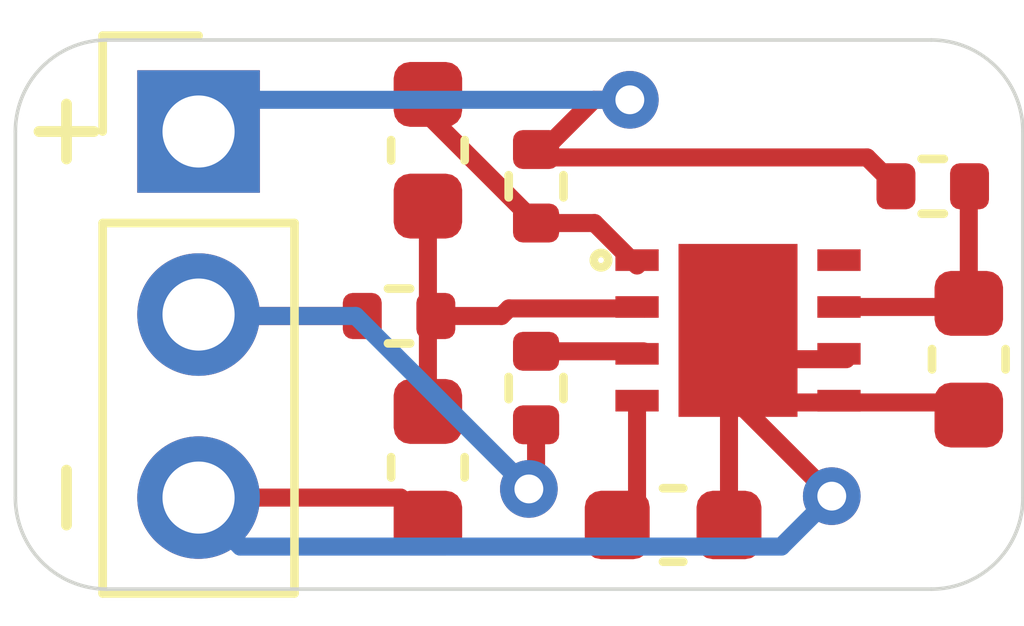
<source format=kicad_pcb>
(kicad_pcb (version 20171130) (host pcbnew "(5.1.10)-1")

  (general
    (thickness 1.6)
    (drawings 10)
    (tracks 42)
    (zones 0)
    (modules 10)
    (nets 10)
  )

  (page A4)
  (layers
    (0 F.Cu signal)
    (31 B.Cu signal)
    (32 B.Adhes user)
    (33 F.Adhes user)
    (34 B.Paste user)
    (35 F.Paste user)
    (36 B.SilkS user)
    (37 F.SilkS user)
    (38 B.Mask user)
    (39 F.Mask user)
    (40 Dwgs.User user hide)
    (41 Cmts.User user)
    (42 Eco1.User user)
    (43 Eco2.User user)
    (44 Edge.Cuts user)
    (45 Margin user)
    (46 B.CrtYd user hide)
    (47 F.CrtYd user hide)
    (48 B.Fab user hide)
    (49 F.Fab user hide)
  )

  (setup
    (last_trace_width 0.25)
    (trace_clearance 0.2)
    (zone_clearance 0.25)
    (zone_45_only no)
    (trace_min 0.2)
    (via_size 0.8)
    (via_drill 0.4)
    (via_min_size 0.4)
    (via_min_drill 0.3)
    (uvia_size 0.3)
    (uvia_drill 0.1)
    (uvias_allowed no)
    (uvia_min_size 0.2)
    (uvia_min_drill 0.1)
    (edge_width 0.05)
    (segment_width 0.2)
    (pcb_text_width 0.3)
    (pcb_text_size 1.5 1.5)
    (mod_edge_width 0.12)
    (mod_text_size 1 1)
    (mod_text_width 0.15)
    (pad_size 1.524 1.524)
    (pad_drill 0.762)
    (pad_to_mask_clearance 0)
    (aux_axis_origin 0 0)
    (visible_elements 7FFFFFFF)
    (pcbplotparams
      (layerselection 0x010fc_ffffffff)
      (usegerberextensions false)
      (usegerberattributes false)
      (usegerberadvancedattributes false)
      (creategerberjobfile true)
      (excludeedgelayer true)
      (linewidth 0.100000)
      (plotframeref false)
      (viasonmask false)
      (mode 1)
      (useauxorigin false)
      (hpglpennumber 1)
      (hpglpenspeed 20)
      (hpglpendiameter 15.000000)
      (psnegative false)
      (psa4output false)
      (plotreference true)
      (plotvalue false)
      (plotinvisibletext false)
      (padsonsilk false)
      (subtractmaskfromsilk false)
      (outputformat 1)
      (mirror false)
      (drillshape 0)
      (scaleselection 1)
      (outputdirectory "bq2920x_gerber/"))
  )

  (net 0 "")
  (net 1 "Net-(C1-Pad2)")
  (net 2 "Net-(C1-Pad1)")
  (net 3 /PACK-)
  (net 4 /CD)
  (net 5 "Net-(C4-Pad1)")
  (net 6 /CELL_M)
  (net 7 /PACK+)
  (net 8 "Net-(R3-Pad1)")
  (net 9 /OUT)

  (net_class Default "This is the default net class."
    (clearance 0.2)
    (trace_width 0.25)
    (via_dia 0.8)
    (via_drill 0.4)
    (uvia_dia 0.3)
    (uvia_drill 0.1)
    (add_net /CD)
    (add_net /CELL_M)
    (add_net /OUT)
    (add_net /PACK+)
    (add_net /PACK-)
    (add_net "Net-(C1-Pad1)")
    (add_net "Net-(C1-Pad2)")
    (add_net "Net-(C4-Pad1)")
    (add_net "Net-(R3-Pad1)")
  )

  (module HS2_parts:BQ2920x (layer F.Cu) (tedit 61A9928C) (tstamp 61AAB1D2)
    (at 129.4 94.2)
    (path /61A9C8D9)
    (fp_text reference U1 (at -1.4 -0.475) (layer Dwgs.User) hide
      (effects (font (size 1 1) (thickness 0.15)))
    )
    (fp_text value BQ2920x (at -1.4 -1.475) (layer F.Fab) hide
      (effects (font (size 1 1) (thickness 0.15)))
    )
    (fp_circle (center -1.9 -0.975) (end -1.8 -0.975) (layer F.SilkS) (width 0.12))
    (pad 5 smd rect (at 0 0) (size 1.65 2.4) (layers F.Cu F.Paste F.Mask)
      (net 3 /PACK-))
    (pad 8 smd rect (at 1.4 -0.975) (size 0.6 0.3) (layers F.Cu F.Paste F.Mask)
      (net 9 /OUT))
    (pad 7 smd rect (at 1.4 -0.325) (size 0.6 0.3) (layers F.Cu F.Paste F.Mask)
      (net 5 "Net-(C4-Pad1)"))
    (pad 6 smd rect (at 1.4 0.325) (size 0.6 0.3) (layers F.Cu F.Paste F.Mask)
      (net 3 /PACK-))
    (pad 5 smd rect (at 1.4 0.975) (size 0.6 0.3) (layers F.Cu F.Paste F.Mask)
      (net 3 /PACK-))
    (pad 4 smd rect (at -1.4 0.975) (size 0.6 0.3) (layers F.Cu F.Paste F.Mask)
      (net 4 /CD))
    (pad 3 smd rect (at -1.4 0.325) (size 0.6 0.3) (layers F.Cu F.Paste F.Mask)
      (net 8 "Net-(R3-Pad1)"))
    (pad 2 smd rect (at -1.4 -0.325) (size 0.6 0.3) (layers F.Cu F.Paste F.Mask)
      (net 1 "Net-(C1-Pad2)"))
    (pad 1 smd rect (at -1.4 -0.975) (size 0.6 0.3) (layers F.Cu F.Paste F.Mask)
      (net 2 "Net-(C1-Pad1)"))
  )

  (module Resistor_SMD:R_0402_1005Metric (layer F.Cu) (tedit 5F68FEEE) (tstamp 61AAB1C4)
    (at 132.1 92.2 180)
    (descr "Resistor SMD 0402 (1005 Metric), square (rectangular) end terminal, IPC_7351 nominal, (Body size source: IPC-SM-782 page 72, https://www.pcb-3d.com/wordpress/wp-content/uploads/ipc-sm-782a_amendment_1_and_2.pdf), generated with kicad-footprint-generator")
    (tags resistor)
    (path /61AA07F9)
    (attr smd)
    (fp_text reference R4 (at 0 -1.17) (layer Dwgs.User)
      (effects (font (size 1 1) (thickness 0.15)))
    )
    (fp_text value 100 (at 0 1.17) (layer F.Fab)
      (effects (font (size 1 1) (thickness 0.15)))
    )
    (fp_line (start 0.93 0.47) (end -0.93 0.47) (layer F.CrtYd) (width 0.05))
    (fp_line (start 0.93 -0.47) (end 0.93 0.47) (layer F.CrtYd) (width 0.05))
    (fp_line (start -0.93 -0.47) (end 0.93 -0.47) (layer F.CrtYd) (width 0.05))
    (fp_line (start -0.93 0.47) (end -0.93 -0.47) (layer F.CrtYd) (width 0.05))
    (fp_line (start -0.153641 0.38) (end 0.153641 0.38) (layer F.SilkS) (width 0.12))
    (fp_line (start -0.153641 -0.38) (end 0.153641 -0.38) (layer F.SilkS) (width 0.12))
    (fp_line (start 0.525 0.27) (end -0.525 0.27) (layer F.Fab) (width 0.1))
    (fp_line (start 0.525 -0.27) (end 0.525 0.27) (layer F.Fab) (width 0.1))
    (fp_line (start -0.525 -0.27) (end 0.525 -0.27) (layer F.Fab) (width 0.1))
    (fp_line (start -0.525 0.27) (end -0.525 -0.27) (layer F.Fab) (width 0.1))
    (fp_text user %R (at 0 0) (layer F.Fab)
      (effects (font (size 0.26 0.26) (thickness 0.04)))
    )
    (pad 2 smd roundrect (at 0.51 0 180) (size 0.54 0.64) (layers F.Cu F.Paste F.Mask) (roundrect_rratio 0.25)
      (net 7 /PACK+))
    (pad 1 smd roundrect (at -0.51 0 180) (size 0.54 0.64) (layers F.Cu F.Paste F.Mask) (roundrect_rratio 0.25)
      (net 5 "Net-(C4-Pad1)"))
    (model ${KISYS3DMOD}/Resistor_SMD.3dshapes/R_0402_1005Metric.wrl
      (at (xyz 0 0 0))
      (scale (xyz 1 1 1))
      (rotate (xyz 0 0 0))
    )
  )

  (module Resistor_SMD:R_0402_1005Metric (layer F.Cu) (tedit 5F68FEEE) (tstamp 61AAB1B3)
    (at 126.6 95 270)
    (descr "Resistor SMD 0402 (1005 Metric), square (rectangular) end terminal, IPC_7351 nominal, (Body size source: IPC-SM-782 page 72, https://www.pcb-3d.com/wordpress/wp-content/uploads/ipc-sm-782a_amendment_1_and_2.pdf), generated with kicad-footprint-generator")
    (tags resistor)
    (path /61A9F24B)
    (attr smd)
    (fp_text reference R3 (at 0 -1.17 90) (layer Dwgs.User)
      (effects (font (size 1 1) (thickness 0.15)))
    )
    (fp_text value 100 (at 0 1.17 90) (layer F.Fab)
      (effects (font (size 1 1) (thickness 0.15)))
    )
    (fp_line (start 0.93 0.47) (end -0.93 0.47) (layer F.CrtYd) (width 0.05))
    (fp_line (start 0.93 -0.47) (end 0.93 0.47) (layer F.CrtYd) (width 0.05))
    (fp_line (start -0.93 -0.47) (end 0.93 -0.47) (layer F.CrtYd) (width 0.05))
    (fp_line (start -0.93 0.47) (end -0.93 -0.47) (layer F.CrtYd) (width 0.05))
    (fp_line (start -0.153641 0.38) (end 0.153641 0.38) (layer F.SilkS) (width 0.12))
    (fp_line (start -0.153641 -0.38) (end 0.153641 -0.38) (layer F.SilkS) (width 0.12))
    (fp_line (start 0.525 0.27) (end -0.525 0.27) (layer F.Fab) (width 0.1))
    (fp_line (start 0.525 -0.27) (end 0.525 0.27) (layer F.Fab) (width 0.1))
    (fp_line (start -0.525 -0.27) (end 0.525 -0.27) (layer F.Fab) (width 0.1))
    (fp_line (start -0.525 0.27) (end -0.525 -0.27) (layer F.Fab) (width 0.1))
    (fp_text user %R (at 0 0 90) (layer F.Fab)
      (effects (font (size 0.26 0.26) (thickness 0.04)))
    )
    (pad 2 smd roundrect (at 0.51 0 270) (size 0.54 0.64) (layers F.Cu F.Paste F.Mask) (roundrect_rratio 0.25)
      (net 6 /CELL_M))
    (pad 1 smd roundrect (at -0.51 0 270) (size 0.54 0.64) (layers F.Cu F.Paste F.Mask) (roundrect_rratio 0.25)
      (net 8 "Net-(R3-Pad1)"))
    (model ${KISYS3DMOD}/Resistor_SMD.3dshapes/R_0402_1005Metric.wrl
      (at (xyz 0 0 0))
      (scale (xyz 1 1 1))
      (rotate (xyz 0 0 0))
    )
  )

  (module Resistor_SMD:R_0402_1005Metric (layer F.Cu) (tedit 5F68FEEE) (tstamp 61AAB1A2)
    (at 124.7 94 180)
    (descr "Resistor SMD 0402 (1005 Metric), square (rectangular) end terminal, IPC_7351 nominal, (Body size source: IPC-SM-782 page 72, https://www.pcb-3d.com/wordpress/wp-content/uploads/ipc-sm-782a_amendment_1_and_2.pdf), generated with kicad-footprint-generator")
    (tags resistor)
    (path /61A9EAEC)
    (attr smd)
    (fp_text reference R2 (at 0 -1.17) (layer Dwgs.User)
      (effects (font (size 1 1) (thickness 0.15)))
    )
    (fp_text value 260 (at 0 1.17) (layer F.Fab)
      (effects (font (size 1 1) (thickness 0.15)))
    )
    (fp_line (start 0.93 0.47) (end -0.93 0.47) (layer F.CrtYd) (width 0.05))
    (fp_line (start 0.93 -0.47) (end 0.93 0.47) (layer F.CrtYd) (width 0.05))
    (fp_line (start -0.93 -0.47) (end 0.93 -0.47) (layer F.CrtYd) (width 0.05))
    (fp_line (start -0.93 0.47) (end -0.93 -0.47) (layer F.CrtYd) (width 0.05))
    (fp_line (start -0.153641 0.38) (end 0.153641 0.38) (layer F.SilkS) (width 0.12))
    (fp_line (start -0.153641 -0.38) (end 0.153641 -0.38) (layer F.SilkS) (width 0.12))
    (fp_line (start 0.525 0.27) (end -0.525 0.27) (layer F.Fab) (width 0.1))
    (fp_line (start 0.525 -0.27) (end 0.525 0.27) (layer F.Fab) (width 0.1))
    (fp_line (start -0.525 -0.27) (end 0.525 -0.27) (layer F.Fab) (width 0.1))
    (fp_line (start -0.525 0.27) (end -0.525 -0.27) (layer F.Fab) (width 0.1))
    (fp_text user %R (at 0 0) (layer F.Fab)
      (effects (font (size 0.26 0.26) (thickness 0.04)))
    )
    (pad 2 smd roundrect (at 0.51 0 180) (size 0.54 0.64) (layers F.Cu F.Paste F.Mask) (roundrect_rratio 0.25)
      (net 6 /CELL_M))
    (pad 1 smd roundrect (at -0.51 0 180) (size 0.54 0.64) (layers F.Cu F.Paste F.Mask) (roundrect_rratio 0.25)
      (net 1 "Net-(C1-Pad2)"))
    (model ${KISYS3DMOD}/Resistor_SMD.3dshapes/R_0402_1005Metric.wrl
      (at (xyz 0 0 0))
      (scale (xyz 1 1 1))
      (rotate (xyz 0 0 0))
    )
  )

  (module Resistor_SMD:R_0402_1005Metric (layer F.Cu) (tedit 5F68FEEE) (tstamp 61AAB191)
    (at 126.6 92.2 90)
    (descr "Resistor SMD 0402 (1005 Metric), square (rectangular) end terminal, IPC_7351 nominal, (Body size source: IPC-SM-782 page 72, https://www.pcb-3d.com/wordpress/wp-content/uploads/ipc-sm-782a_amendment_1_and_2.pdf), generated with kicad-footprint-generator")
    (tags resistor)
    (path /61A9E78D)
    (attr smd)
    (fp_text reference R1 (at 0 -1.17 90) (layer Dwgs.User)
      (effects (font (size 1 1) (thickness 0.15)))
    )
    (fp_text value 160 (at 0 1.17 90) (layer F.Fab)
      (effects (font (size 1 1) (thickness 0.15)))
    )
    (fp_line (start 0.93 0.47) (end -0.93 0.47) (layer F.CrtYd) (width 0.05))
    (fp_line (start 0.93 -0.47) (end 0.93 0.47) (layer F.CrtYd) (width 0.05))
    (fp_line (start -0.93 -0.47) (end 0.93 -0.47) (layer F.CrtYd) (width 0.05))
    (fp_line (start -0.93 0.47) (end -0.93 -0.47) (layer F.CrtYd) (width 0.05))
    (fp_line (start -0.153641 0.38) (end 0.153641 0.38) (layer F.SilkS) (width 0.12))
    (fp_line (start -0.153641 -0.38) (end 0.153641 -0.38) (layer F.SilkS) (width 0.12))
    (fp_line (start 0.525 0.27) (end -0.525 0.27) (layer F.Fab) (width 0.1))
    (fp_line (start 0.525 -0.27) (end 0.525 0.27) (layer F.Fab) (width 0.1))
    (fp_line (start -0.525 -0.27) (end 0.525 -0.27) (layer F.Fab) (width 0.1))
    (fp_line (start -0.525 0.27) (end -0.525 -0.27) (layer F.Fab) (width 0.1))
    (fp_text user %R (at 0 0 90) (layer F.Fab)
      (effects (font (size 0.26 0.26) (thickness 0.04)))
    )
    (pad 2 smd roundrect (at 0.51 0 90) (size 0.54 0.64) (layers F.Cu F.Paste F.Mask) (roundrect_rratio 0.25)
      (net 7 /PACK+))
    (pad 1 smd roundrect (at -0.51 0 90) (size 0.54 0.64) (layers F.Cu F.Paste F.Mask) (roundrect_rratio 0.25)
      (net 2 "Net-(C1-Pad1)"))
    (model ${KISYS3DMOD}/Resistor_SMD.3dshapes/R_0402_1005Metric.wrl
      (at (xyz 0 0 0))
      (scale (xyz 1 1 1))
      (rotate (xyz 0 0 0))
    )
  )

  (module Connector_PinHeader_2.54mm:PinHeader_1x03_P2.54mm_Vertical (layer F.Cu) (tedit 59FED5CC) (tstamp 61AAB180)
    (at 121.92 91.44)
    (descr "Through hole straight pin header, 1x03, 2.54mm pitch, single row")
    (tags "Through hole pin header THT 1x03 2.54mm single row")
    (path /61AB5776)
    (fp_text reference J1 (at 0 -2.33) (layer Dwgs.User)
      (effects (font (size 1 1) (thickness 0.15)))
    )
    (fp_text value "1x3 Pin Header" (at 0 7.41) (layer F.Fab)
      (effects (font (size 1 1) (thickness 0.15)))
    )
    (fp_line (start 1.8 -1.8) (end -1.8 -1.8) (layer F.CrtYd) (width 0.05))
    (fp_line (start 1.8 6.85) (end 1.8 -1.8) (layer F.CrtYd) (width 0.05))
    (fp_line (start -1.8 6.85) (end 1.8 6.85) (layer F.CrtYd) (width 0.05))
    (fp_line (start -1.8 -1.8) (end -1.8 6.85) (layer F.CrtYd) (width 0.05))
    (fp_line (start -1.33 -1.33) (end 0 -1.33) (layer F.SilkS) (width 0.12))
    (fp_line (start -1.33 0) (end -1.33 -1.33) (layer F.SilkS) (width 0.12))
    (fp_line (start -1.33 1.27) (end 1.33 1.27) (layer F.SilkS) (width 0.12))
    (fp_line (start 1.33 1.27) (end 1.33 6.41) (layer F.SilkS) (width 0.12))
    (fp_line (start -1.33 1.27) (end -1.33 6.41) (layer F.SilkS) (width 0.12))
    (fp_line (start -1.33 6.41) (end 1.33 6.41) (layer F.SilkS) (width 0.12))
    (fp_line (start -1.27 -0.635) (end -0.635 -1.27) (layer F.Fab) (width 0.1))
    (fp_line (start -1.27 6.35) (end -1.27 -0.635) (layer F.Fab) (width 0.1))
    (fp_line (start 1.27 6.35) (end -1.27 6.35) (layer F.Fab) (width 0.1))
    (fp_line (start 1.27 -1.27) (end 1.27 6.35) (layer F.Fab) (width 0.1))
    (fp_line (start -0.635 -1.27) (end 1.27 -1.27) (layer F.Fab) (width 0.1))
    (fp_text user %R (at 0 2.54 90) (layer F.Fab)
      (effects (font (size 1 1) (thickness 0.15)))
    )
    (pad 3 thru_hole oval (at 0 5.08) (size 1.7 1.7) (drill 1) (layers *.Cu *.Mask)
      (net 3 /PACK-))
    (pad 2 thru_hole oval (at 0 2.54) (size 1.7 1.7) (drill 1) (layers *.Cu *.Mask)
      (net 6 /CELL_M))
    (pad 1 thru_hole rect (at 0 0) (size 1.7 1.7) (drill 1) (layers *.Cu *.Mask)
      (net 7 /PACK+))
    (model ${KISYS3DMOD}/Connector_PinHeader_2.54mm.3dshapes/PinHeader_1x03_P2.54mm_Vertical.wrl
      (at (xyz 0 0 0))
      (scale (xyz 1 1 1))
      (rotate (xyz 0 0 0))
    )
  )

  (module Capacitor_SMD:C_0603_1608Metric (layer F.Cu) (tedit 5F68FEEE) (tstamp 61AAB169)
    (at 132.6 94.6 270)
    (descr "Capacitor SMD 0603 (1608 Metric), square (rectangular) end terminal, IPC_7351 nominal, (Body size source: IPC-SM-782 page 76, https://www.pcb-3d.com/wordpress/wp-content/uploads/ipc-sm-782a_amendment_1_and_2.pdf), generated with kicad-footprint-generator")
    (tags capacitor)
    (path /61AA01F1)
    (attr smd)
    (fp_text reference C4 (at 0 -1.43 90) (layer Dwgs.User)
      (effects (font (size 1 1) (thickness 0.15)))
    )
    (fp_text value 0.1uF (at 0 1.43 90) (layer F.Fab)
      (effects (font (size 1 1) (thickness 0.15)))
    )
    (fp_line (start 1.48 0.73) (end -1.48 0.73) (layer F.CrtYd) (width 0.05))
    (fp_line (start 1.48 -0.73) (end 1.48 0.73) (layer F.CrtYd) (width 0.05))
    (fp_line (start -1.48 -0.73) (end 1.48 -0.73) (layer F.CrtYd) (width 0.05))
    (fp_line (start -1.48 0.73) (end -1.48 -0.73) (layer F.CrtYd) (width 0.05))
    (fp_line (start -0.14058 0.51) (end 0.14058 0.51) (layer F.SilkS) (width 0.12))
    (fp_line (start -0.14058 -0.51) (end 0.14058 -0.51) (layer F.SilkS) (width 0.12))
    (fp_line (start 0.8 0.4) (end -0.8 0.4) (layer F.Fab) (width 0.1))
    (fp_line (start 0.8 -0.4) (end 0.8 0.4) (layer F.Fab) (width 0.1))
    (fp_line (start -0.8 -0.4) (end 0.8 -0.4) (layer F.Fab) (width 0.1))
    (fp_line (start -0.8 0.4) (end -0.8 -0.4) (layer F.Fab) (width 0.1))
    (fp_text user %R (at 0 0 90) (layer F.Fab)
      (effects (font (size 0.4 0.4) (thickness 0.06)))
    )
    (pad 2 smd roundrect (at 0.775 0 270) (size 0.9 0.95) (layers F.Cu F.Paste F.Mask) (roundrect_rratio 0.25)
      (net 3 /PACK-))
    (pad 1 smd roundrect (at -0.775 0 270) (size 0.9 0.95) (layers F.Cu F.Paste F.Mask) (roundrect_rratio 0.25)
      (net 5 "Net-(C4-Pad1)"))
    (model ${KISYS3DMOD}/Capacitor_SMD.3dshapes/C_0603_1608Metric.wrl
      (at (xyz 0 0 0))
      (scale (xyz 1 1 1))
      (rotate (xyz 0 0 0))
    )
  )

  (module Capacitor_SMD:C_0603_1608Metric (layer F.Cu) (tedit 5F68FEEE) (tstamp 61AAB158)
    (at 128.5 96.9)
    (descr "Capacitor SMD 0603 (1608 Metric), square (rectangular) end terminal, IPC_7351 nominal, (Body size source: IPC-SM-782 page 76, https://www.pcb-3d.com/wordpress/wp-content/uploads/ipc-sm-782a_amendment_1_and_2.pdf), generated with kicad-footprint-generator")
    (tags capacitor)
    (path /61A9FFF4)
    (attr smd)
    (fp_text reference C3 (at 0 -1.43) (layer Dwgs.User)
      (effects (font (size 1 1) (thickness 0.15)))
    )
    (fp_text value 0.33uF (at 0 1.43) (layer F.Fab)
      (effects (font (size 1 1) (thickness 0.15)))
    )
    (fp_line (start 1.48 0.73) (end -1.48 0.73) (layer F.CrtYd) (width 0.05))
    (fp_line (start 1.48 -0.73) (end 1.48 0.73) (layer F.CrtYd) (width 0.05))
    (fp_line (start -1.48 -0.73) (end 1.48 -0.73) (layer F.CrtYd) (width 0.05))
    (fp_line (start -1.48 0.73) (end -1.48 -0.73) (layer F.CrtYd) (width 0.05))
    (fp_line (start -0.14058 0.51) (end 0.14058 0.51) (layer F.SilkS) (width 0.12))
    (fp_line (start -0.14058 -0.51) (end 0.14058 -0.51) (layer F.SilkS) (width 0.12))
    (fp_line (start 0.8 0.4) (end -0.8 0.4) (layer F.Fab) (width 0.1))
    (fp_line (start 0.8 -0.4) (end 0.8 0.4) (layer F.Fab) (width 0.1))
    (fp_line (start -0.8 -0.4) (end 0.8 -0.4) (layer F.Fab) (width 0.1))
    (fp_line (start -0.8 0.4) (end -0.8 -0.4) (layer F.Fab) (width 0.1))
    (fp_text user %R (at 0 0) (layer F.Fab)
      (effects (font (size 0.4 0.4) (thickness 0.06)))
    )
    (pad 2 smd roundrect (at 0.775 0) (size 0.9 0.95) (layers F.Cu F.Paste F.Mask) (roundrect_rratio 0.25)
      (net 3 /PACK-))
    (pad 1 smd roundrect (at -0.775 0) (size 0.9 0.95) (layers F.Cu F.Paste F.Mask) (roundrect_rratio 0.25)
      (net 4 /CD))
    (model ${KISYS3DMOD}/Capacitor_SMD.3dshapes/C_0603_1608Metric.wrl
      (at (xyz 0 0 0))
      (scale (xyz 1 1 1))
      (rotate (xyz 0 0 0))
    )
  )

  (module Capacitor_SMD:C_0603_1608Metric (layer F.Cu) (tedit 5F68FEEE) (tstamp 61AAB147)
    (at 125.1 96.1 270)
    (descr "Capacitor SMD 0603 (1608 Metric), square (rectangular) end terminal, IPC_7351 nominal, (Body size source: IPC-SM-782 page 76, https://www.pcb-3d.com/wordpress/wp-content/uploads/ipc-sm-782a_amendment_1_and_2.pdf), generated with kicad-footprint-generator")
    (tags capacitor)
    (path /61A9FDA4)
    (attr smd)
    (fp_text reference C2 (at 0 -1.43 90) (layer Dwgs.User)
      (effects (font (size 1 1) (thickness 0.15)))
    )
    (fp_text value 0.1uF (at 0 1.43 90) (layer F.Fab)
      (effects (font (size 1 1) (thickness 0.15)))
    )
    (fp_line (start 1.48 0.73) (end -1.48 0.73) (layer F.CrtYd) (width 0.05))
    (fp_line (start 1.48 -0.73) (end 1.48 0.73) (layer F.CrtYd) (width 0.05))
    (fp_line (start -1.48 -0.73) (end 1.48 -0.73) (layer F.CrtYd) (width 0.05))
    (fp_line (start -1.48 0.73) (end -1.48 -0.73) (layer F.CrtYd) (width 0.05))
    (fp_line (start -0.14058 0.51) (end 0.14058 0.51) (layer F.SilkS) (width 0.12))
    (fp_line (start -0.14058 -0.51) (end 0.14058 -0.51) (layer F.SilkS) (width 0.12))
    (fp_line (start 0.8 0.4) (end -0.8 0.4) (layer F.Fab) (width 0.1))
    (fp_line (start 0.8 -0.4) (end 0.8 0.4) (layer F.Fab) (width 0.1))
    (fp_line (start -0.8 -0.4) (end 0.8 -0.4) (layer F.Fab) (width 0.1))
    (fp_line (start -0.8 0.4) (end -0.8 -0.4) (layer F.Fab) (width 0.1))
    (fp_text user %R (at 0 0 90) (layer F.Fab)
      (effects (font (size 0.4 0.4) (thickness 0.06)))
    )
    (pad 2 smd roundrect (at 0.775 0 270) (size 0.9 0.95) (layers F.Cu F.Paste F.Mask) (roundrect_rratio 0.25)
      (net 3 /PACK-))
    (pad 1 smd roundrect (at -0.775 0 270) (size 0.9 0.95) (layers F.Cu F.Paste F.Mask) (roundrect_rratio 0.25)
      (net 1 "Net-(C1-Pad2)"))
    (model ${KISYS3DMOD}/Capacitor_SMD.3dshapes/C_0603_1608Metric.wrl
      (at (xyz 0 0 0))
      (scale (xyz 1 1 1))
      (rotate (xyz 0 0 0))
    )
  )

  (module Capacitor_SMD:C_0603_1608Metric (layer F.Cu) (tedit 5F68FEEE) (tstamp 61AAB136)
    (at 125.1 91.7 270)
    (descr "Capacitor SMD 0603 (1608 Metric), square (rectangular) end terminal, IPC_7351 nominal, (Body size source: IPC-SM-782 page 76, https://www.pcb-3d.com/wordpress/wp-content/uploads/ipc-sm-782a_amendment_1_and_2.pdf), generated with kicad-footprint-generator")
    (tags capacitor)
    (path /61A9F5D0)
    (attr smd)
    (fp_text reference C1 (at 0 -1.43 90) (layer Dwgs.User)
      (effects (font (size 1 1) (thickness 0.15)))
    )
    (fp_text value 0.1uF (at 0 1.43 90) (layer F.Fab)
      (effects (font (size 1 1) (thickness 0.15)))
    )
    (fp_line (start 1.48 0.73) (end -1.48 0.73) (layer F.CrtYd) (width 0.05))
    (fp_line (start 1.48 -0.73) (end 1.48 0.73) (layer F.CrtYd) (width 0.05))
    (fp_line (start -1.48 -0.73) (end 1.48 -0.73) (layer F.CrtYd) (width 0.05))
    (fp_line (start -1.48 0.73) (end -1.48 -0.73) (layer F.CrtYd) (width 0.05))
    (fp_line (start -0.14058 0.51) (end 0.14058 0.51) (layer F.SilkS) (width 0.12))
    (fp_line (start -0.14058 -0.51) (end 0.14058 -0.51) (layer F.SilkS) (width 0.12))
    (fp_line (start 0.8 0.4) (end -0.8 0.4) (layer F.Fab) (width 0.1))
    (fp_line (start 0.8 -0.4) (end 0.8 0.4) (layer F.Fab) (width 0.1))
    (fp_line (start -0.8 -0.4) (end 0.8 -0.4) (layer F.Fab) (width 0.1))
    (fp_line (start -0.8 0.4) (end -0.8 -0.4) (layer F.Fab) (width 0.1))
    (fp_text user %R (at 0 0 90) (layer F.Fab)
      (effects (font (size 0.4 0.4) (thickness 0.06)))
    )
    (pad 2 smd roundrect (at 0.775 0 270) (size 0.9 0.95) (layers F.Cu F.Paste F.Mask) (roundrect_rratio 0.25)
      (net 1 "Net-(C1-Pad2)"))
    (pad 1 smd roundrect (at -0.775 0 270) (size 0.9 0.95) (layers F.Cu F.Paste F.Mask) (roundrect_rratio 0.25)
      (net 2 "Net-(C1-Pad1)"))
    (model ${KISYS3DMOD}/Capacitor_SMD.3dshapes/C_0603_1608Metric.wrl
      (at (xyz 0 0 0))
      (scale (xyz 1 1 1))
      (rotate (xyz 0 0 0))
    )
  )

  (gr_line (start 119.38 96.52) (end 119.38 91.44) (layer Edge.Cuts) (width 0.05) (tstamp 61AAB930))
  (gr_arc (start 132.08 96.52) (end 132.08 97.79) (angle -90) (layer Edge.Cuts) (width 0.05))
  (gr_arc (start 120.65 96.52) (end 119.38 96.52) (angle -90) (layer Edge.Cuts) (width 0.05))
  (gr_arc (start 120.65 91.44) (end 120.65 90.17) (angle -90) (layer Edge.Cuts) (width 0.05))
  (gr_arc (start 132.08 91.44) (end 133.35 91.44) (angle -90) (layer Edge.Cuts) (width 0.05))
  (gr_line (start 132.08 97.79) (end 120.65 97.79) (layer Edge.Cuts) (width 0.05))
  (gr_line (start 133.35 91.44) (end 133.35 96.52) (layer Edge.Cuts) (width 0.05))
  (gr_line (start 120.65 90.17) (end 132.08 90.17) (layer Edge.Cuts) (width 0.05))
  (gr_text + (at 120.015 91.44 90) (layer F.SilkS)
    (effects (font (size 1 1) (thickness 0.15)))
  )
  (gr_text - (at 120.015 96.52 90) (layer F.SilkS)
    (effects (font (size 1 1) (thickness 0.15)))
  )

  (segment (start 125.1 92.475) (end 125.1 95.2) (width 0.25) (layer F.Cu) (net 1))
  (segment (start 125.1 95.2) (end 125 95.3) (width 0.25) (layer F.Cu) (net 1))
  (segment (start 126.224456 93.89499) (end 128.09499 93.89499) (width 0.25) (layer F.Cu) (net 1))
  (segment (start 126.119446 94) (end 126.224456 93.89499) (width 0.25) (layer F.Cu) (net 1))
  (segment (start 125.21 94) (end 126.119446 94) (width 0.25) (layer F.Cu) (net 1))
  (segment (start 128.09499 93.89499) (end 128.1 93.9) (width 0.25) (layer F.Cu) (net 1))
  (segment (start 126.6 92.71) (end 125.1 91.21) (width 0.25) (layer F.Cu) (net 2))
  (segment (start 125.1 91.21) (end 125.1 90.9) (width 0.25) (layer F.Cu) (net 2))
  (segment (start 126.6 92.71) (end 127.41 92.71) (width 0.25) (layer F.Cu) (net 2))
  (segment (start 127.41 92.71) (end 128 93.3) (width 0.25) (layer F.Cu) (net 2))
  (segment (start 121.92 96.52) (end 124.72 96.52) (width 0.25) (layer F.Cu) (net 3))
  (segment (start 124.72 96.52) (end 125 96.8) (width 0.25) (layer F.Cu) (net 3))
  (segment (start 129.275 96.9) (end 129.275 95.125) (width 0.25) (layer F.Cu) (net 3))
  (segment (start 129.275 95.125) (end 129.35 95.2) (width 0.25) (layer F.Cu) (net 3))
  (segment (start 129.35 95.2) (end 132.4 95.2) (width 0.25) (layer F.Cu) (net 3))
  (segment (start 129.4 94.2) (end 129.8 94.6) (width 0.25) (layer F.Cu) (net 3))
  (segment (start 129.8 94.6) (end 130.9 94.6) (width 0.25) (layer F.Cu) (net 3))
  (via (at 130.7 96.5) (size 0.8) (drill 0.4) (layers F.Cu B.Cu) (net 3))
  (segment (start 129.4 95.2) (end 130.7 96.5) (width 0.25) (layer F.Cu) (net 3))
  (segment (start 129.4 94.2) (end 129.4 95.2) (width 0.25) (layer F.Cu) (net 3))
  (segment (start 122.5 97.2) (end 121.8 96.5) (width 0.25) (layer B.Cu) (net 3))
  (segment (start 130 97.2) (end 122.5 97.2) (width 0.25) (layer B.Cu) (net 3))
  (segment (start 130.7 96.5) (end 130 97.2) (width 0.25) (layer B.Cu) (net 3))
  (segment (start 128 95.175) (end 128 96.7) (width 0.25) (layer F.Cu) (net 4))
  (segment (start 128 96.7) (end 127.8 96.9) (width 0.25) (layer F.Cu) (net 4))
  (segment (start 130.8 93.875) (end 132.625 93.875) (width 0.25) (layer F.Cu) (net 5))
  (segment (start 132.625 93.875) (end 132.6 93.85) (width 0.25) (layer F.Cu) (net 5))
  (segment (start 132.6 93.85) (end 132.6 92.2) (width 0.25) (layer F.Cu) (net 5))
  (segment (start 124.19 94) (end 121.9 94) (width 0.25) (layer F.Cu) (net 6))
  (via (at 126.5 96.4) (size 0.8) (drill 0.4) (layers F.Cu B.Cu) (net 6))
  (segment (start 126.6 96.3) (end 126.5 96.4) (width 0.25) (layer F.Cu) (net 6))
  (segment (start 126.6 95.51) (end 126.6 96.3) (width 0.25) (layer F.Cu) (net 6))
  (segment (start 126.5 96.4) (end 124.1 94) (width 0.25) (layer B.Cu) (net 6))
  (segment (start 124.1 94) (end 121.9 94) (width 0.25) (layer B.Cu) (net 6))
  (segment (start 131.59 92.2) (end 131.19 91.8) (width 0.25) (layer F.Cu) (net 7))
  (segment (start 131.19 91.8) (end 126.6 91.8) (width 0.25) (layer F.Cu) (net 7))
  (segment (start 127.4 91) (end 127.9 91) (width 0.25) (layer F.Cu) (net 7))
  (via (at 127.9 91) (size 0.8) (drill 0.4) (layers F.Cu B.Cu) (net 7))
  (segment (start 126.6 91.8) (end 127.4 91) (width 0.25) (layer F.Cu) (net 7))
  (segment (start 127.9 91) (end 122.4 91) (width 0.25) (layer B.Cu) (net 7))
  (segment (start 122.4 91) (end 121.8 91.6) (width 0.25) (layer B.Cu) (net 7))
  (segment (start 126.6 94.49) (end 128.09 94.49) (width 0.25) (layer F.Cu) (net 8))

)

</source>
